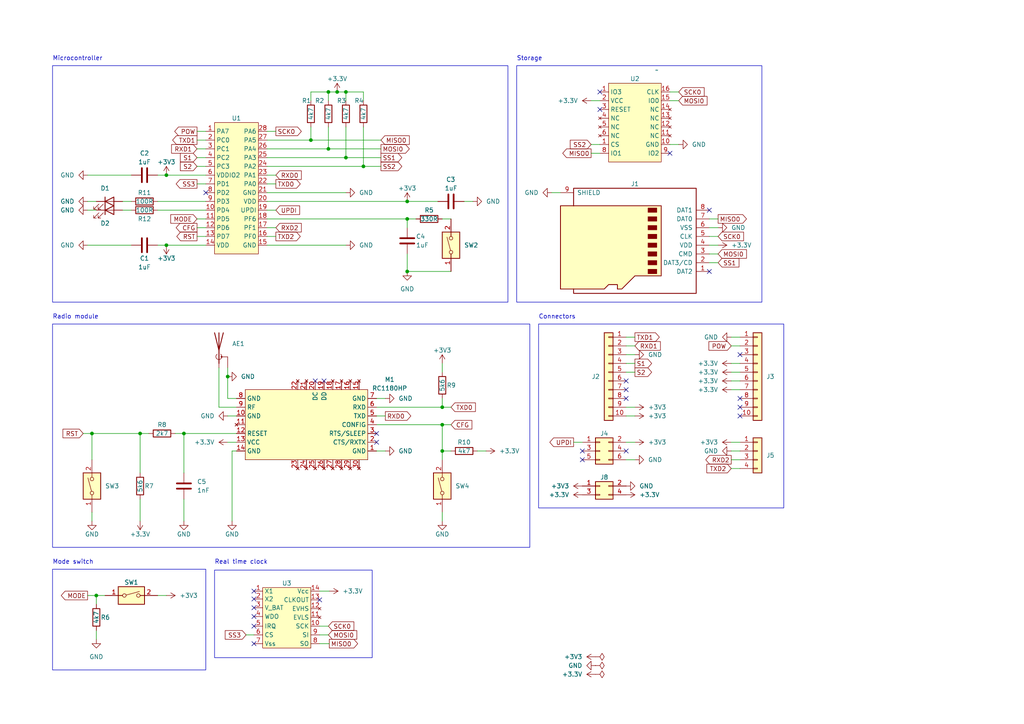
<source format=kicad_sch>
(kicad_sch (version 20230121) (generator eeschema)
  (paper "A4")
  (title_block (title "Telemetrie v1.0.0") (date "2024-02-12") (company "Spaceflight Rocketry Giessen e.V.") (comment 1 "Erste Version des Telemetriemoduls für den Flugcomputer der PIPE-Rakete"))
  (lib_symbols
    (symbol "AVR128DA_1"
      (property "Reference" "U3" (at 0 22.86 0))
      (property "Value" "AVR128DA28" (at 0 20.32 0))
      (symbol "AVR128DA_1_1_1"
        (rectangle (start -6.35 19.05) (end 6.35 -19.05) (fill (type background)))
        (pin bidirectional line (at -8.89 16.51 0) (length 2.54) (name "PA7") (number "1"))
        (pin bidirectional line (at -8.89 -6.35 0) (length 2.54) (name "PD4") (number "10"))
        (pin bidirectional line (at -8.89 -8.89 0) (length 2.54) (name "PD5") (number "11"))
        (pin bidirectional line (at -8.89 -11.43 0) (length 2.54) (name "PD6") (number "12"))
        (pin bidirectional line (at -8.89 -13.97 0) (length 2.54) (name "PD7") (number "13"))
        (pin power_in line (at -8.89 -16.51 0) (length 2.54) (name "VDD") (number "14"))
        (pin power_in line (at 8.89 -16.51 180) (length 2.54) (name "GND") (number "15"))
        (pin bidirectional line (at 8.89 -13.97 180) (length 2.54) (name "PF0") (number "16"))
        (pin bidirectional line (at 8.89 -11.43 180) (length 2.54) (name "PF1") (number "17"))
        (pin bidirectional line (at 8.89 -8.89 180) (length 2.54) (name "PF6") (number "18"))
        (pin bidirectional line (at 8.89 -6.35 180) (length 2.54) (name "UPDI") (number "19"))
        (pin bidirectional line (at -8.89 13.97 0) (length 2.54) (name "PC0") (number "2"))
        (pin power_in line (at 8.89 -3.81 180) (length 2.54) (name "VDD") (number "20"))
        (pin power_in line (at 8.89 -1.27 180) (length 2.54) (name "GND") (number "21"))
        (pin bidirectional line (at 8.89 1.27 180) (length 2.54) (name "PA0") (number "22"))
        (pin bidirectional line (at 8.89 3.81 180) (length 2.54) (name "PA1") (number "23"))
        (pin bidirectional line (at 8.89 6.35 180) (length 2.54) (name "PA2") (number "24"))
        (pin bidirectional line (at 8.89 8.89 180) (length 2.54) (name "PA3") (number "25"))
        (pin bidirectional line (at 8.89 11.43 180) (length 2.54) (name "PA4") (number "26"))
        (pin bidirectional line (at 8.89 13.97 180) (length 2.54) (name "PA5") (number "27"))
        (pin bidirectional line (at 8.89 16.51 180) (length 2.54) (name "PA6") (number "28"))
        (pin bidirectional line (at -8.89 11.43 0) (length 2.54) (name "PC1") (number "3"))
        (pin bidirectional line (at -8.89 8.89 0) (length 2.54) (name "PC2") (number "4"))
        (pin bidirectional line (at -8.89 6.35 0) (length 2.54) (name "PC3") (number "5"))
        (pin bidirectional line (at -8.89 3.81 0) (length 2.54) (name "VDDIO2") (number "6"))
        (pin bidirectional line (at -8.89 1.27 0) (length 2.54) (name "PD1") (number "7"))
        (pin bidirectional line (at -8.89 -1.27 0) (length 2.54) (name "PD2") (number "8"))
        (pin bidirectional line (at -8.89 -3.81 0) (length 2.54) (name "PD3") (number "9"))
      )
    )
    (symbol "Connector:Micro_SD_Card" (pin_names (offset 1.016))
      (property "Reference" "J" (at -16.51 15.24 0))
      (property "Value" "Micro_SD_Card" (at 16.51 15.24 0))
      (symbol "Micro_SD_Card_0_1"
        (rectangle (start -7.62 -9.525) (end -5.08 -10.795) (fill (type outline)))
        (rectangle (start -7.62 -6.985) (end -5.08 -8.255) (fill (type outline)))
        (rectangle (start -7.62 -4.445) (end -5.08 -5.715) (fill (type outline)))
        (rectangle (start -7.62 -1.905) (end -5.08 -3.175) (fill (type outline)))
        (rectangle (start -7.62 0.635) (end -5.08 -0.635) (fill (type outline)))
        (rectangle (start -7.62 3.175) (end -5.08 1.905) (fill (type outline)))
        (rectangle (start -7.62 5.715) (end -5.08 4.445) (fill (type outline)))
        (rectangle (start -7.62 8.255) (end -5.08 6.985) (fill (type outline)))
        (polyline (pts (xy 16.51 12.7) (xy 16.51 13.97) (xy -19.05 13.97) (xy -19.05 -16.51) (xy 16.51 -16.51) (xy 16.51 -11.43)) (stroke (width 0.254)))
        (polyline (pts (xy -8.89 -11.43) (xy -8.89 8.89) (xy -1.27 8.89) (xy 2.54 12.7) (xy 3.81 12.7) (xy 3.81 11.43) (xy 6.35 11.43) (xy 7.62 12.7) (xy 20.32 12.7) (xy 20.32 -11.43) (xy -8.89 -11.43)) (stroke (width 0.254)) (fill (type background)))
      )
      (symbol "Micro_SD_Card_1_1"
        (pin bidirectional line (at -22.86 7.62 0) (length 3.81) (name "DAT2") (number "1"))
        (pin bidirectional line (at -22.86 5.08 0) (length 3.81) (name "DAT3/CD") (number "2"))
        (pin input line (at -22.86 2.54 0) (length 3.81) (name "CMD") (number "3"))
        (pin power_in line (at -22.86 0 0) (length 3.81) (name "VDD") (number "4"))
        (pin input line (at -22.86 -2.54 0) (length 3.81) (name "CLK") (number "5"))
        (pin power_in line (at -22.86 -5.08 0) (length 3.81) (name "VSS") (number "6"))
        (pin bidirectional line (at -22.86 -7.62 0) (length 3.81) (name "DAT0") (number "7"))
        (pin bidirectional line (at -22.86 -10.16 0) (length 3.81) (name "DAT1") (number "8"))
        (pin passive line (at 20.32 -15.24 180) (length 3.81) (name "SHIELD") (number "9"))
      )
    )
    (symbol "Connector_Generic:Conn_01x04" (pin_names (offset 1.016) hide)
      (property "Reference" "J" (at 0 5.08 0))
      (property "Value" "Conn_01x04" (at 0 -7.62 0))
      (symbol "Conn_01x04_1_1"
        (rectangle (start -1.27 -4.953) (end 0 -5.207) (stroke (width 0.1524)))
        (rectangle (start -1.27 -2.413) (end 0 -2.667) (stroke (width 0.1524)))
        (rectangle (start -1.27 0.127) (end 0 -0.127) (stroke (width 0.1524)))
        (rectangle (start -1.27 2.667) (end 0 2.413) (stroke (width 0.1524)))
        (rectangle (start -1.27 3.81) (end 1.27 -6.35) (stroke (width 0.254)) (fill (type background)))
        (pin passive line (at -5.08 2.54 0) (length 3.81) (name "Pin_1") (number "1"))
        (pin passive line (at -5.08 0 0) (length 3.81) (name "Pin_2") (number "2"))
        (pin passive line (at -5.08 -2.54 0) (length 3.81) (name "Pin_3") (number "3"))
        (pin passive line (at -5.08 -5.08 0) (length 3.81) (name "Pin_4") (number "4"))
      )
    )
    (symbol "Connector_Generic:Conn_01x10" (pin_names (offset 1.016) hide)
      (property "Reference" "J" (at 0 12.7 0))
      (property "Value" "Conn_01x10" (at 0 -15.24 0))
      (symbol "Conn_01x10_1_1"
        (rectangle (start -1.27 -12.573) (end 0 -12.827) (stroke (width 0.1524)))
        (rectangle (start -1.27 -10.033) (end 0 -10.287) (stroke (width 0.1524)))
        (rectangle (start -1.27 -7.493) (end 0 -7.747) (stroke (width 0.1524)))
        (rectangle (start -1.27 -4.953) (end 0 -5.207) (stroke (width 0.1524)))
        (rectangle (start -1.27 -2.413) (end 0 -2.667) (stroke (width 0.1524)))
        (rectangle (start -1.27 0.127) (end 0 -0.127) (stroke (width 0.1524)))
        (rectangle (start -1.27 2.667) (end 0 2.413) (stroke (width 0.1524)))
        (rectangle (start -1.27 5.207) (end 0 4.953) (stroke (width 0.1524)))
        (rectangle (start -1.27 7.747) (end 0 7.493) (stroke (width 0.1524)))
        (rectangle (start -1.27 10.287) (end 0 10.033) (stroke (width 0.1524)))
        (rectangle (start -1.27 11.43) (end 1.27 -13.97) (stroke (width 0.254)) (fill (type background)))
        (pin passive line (at -5.08 10.16 0) (length 3.81) (name "Pin_1") (number "1"))
        (pin passive line (at -5.08 -12.7 0) (length 3.81) (name "Pin_10") (number "10"))
        (pin passive line (at -5.08 7.62 0) (length 3.81) (name "Pin_2") (number "2"))
        (pin passive line (at -5.08 5.08 0) (length 3.81) (name "Pin_3") (number "3"))
        (pin passive line (at -5.08 2.54 0) (length 3.81) (name "Pin_4") (number "4"))
        (pin passive line (at -5.08 0 0) (length 3.81) (name "Pin_5") (number "5"))
        (pin passive line (at -5.08 -2.54 0) (length 3.81) (name "Pin_6") (number "6"))
        (pin passive line (at -5.08 -5.08 0) (length 3.81) (name "Pin_7") (number "7"))
        (pin passive line (at -5.08 -7.62 0) (length 3.81) (name "Pin_8") (number "8"))
        (pin passive line (at -5.08 -10.16 0) (length 3.81) (name "Pin_9") (number "9"))
      )
    )
    (symbol "Connector_Generic:Conn_02x02_Odd_Even" (pin_names (offset 1.016) hide)
      (property "Reference" "J" (at 1.27 2.54 0))
      (property "Value" "Conn_02x02_Odd_Even" (at 1.27 -5.08 0))
      (symbol "Conn_02x02_Odd_Even_1_1"
        (rectangle (start -1.27 -2.413) (end 0 -2.667) (stroke (width 0.1524)))
        (rectangle (start -1.27 0.127) (end 0 -0.127) (stroke (width 0.1524)))
        (rectangle (start -1.27 1.27) (end 3.81 -3.81) (stroke (width 0.254)) (fill (type background)))
        (rectangle (start 3.81 -2.413) (end 2.54 -2.667) (stroke (width 0.1524)))
        (rectangle (start 3.81 0.127) (end 2.54 -0.127) (stroke (width 0.1524)))
        (pin passive line (at -5.08 0 0) (length 3.81) (name "Pin_1") (number "1"))
        (pin passive line (at 7.62 0 180) (length 3.81) (name "Pin_2") (number "2"))
        (pin passive line (at -5.08 -2.54 0) (length 3.81) (name "Pin_3") (number "3"))
        (pin passive line (at 7.62 -2.54 180) (length 3.81) (name "Pin_4") (number "4"))
      )
    )
    (symbol "Connector_Generic:Conn_02x03_Odd_Even" (pin_names (offset 1.016) hide)
      (property "Reference" "J" (at 1.27 5.08 0))
      (property "Value" "Conn_02x03_Odd_Even" (at 1.27 -5.08 0))
      (symbol "Conn_02x03_Odd_Even_1_1"
        (rectangle (start -1.27 -2.413) (end 0 -2.667) (stroke (width 0.1524)))
        (rectangle (start -1.27 0.127) (end 0 -0.127) (stroke (width 0.1524)))
        (rectangle (start -1.27 2.667) (end 0 2.413) (stroke (width 0.1524)))
        (rectangle (start -1.27 3.81) (end 3.81 -3.81) (stroke (width 0.254)) (fill (type background)))
        (rectangle (start 3.81 -2.413) (end 2.54 -2.667) (stroke (width 0.1524)))
        (rectangle (start 3.81 0.127) (end 2.54 -0.127) (stroke (width 0.1524)))
        (rectangle (start 3.81 2.667) (end 2.54 2.413) (stroke (width 0.1524)))
        (pin passive line (at -5.08 2.54 0) (length 3.81) (name "Pin_1") (number "1"))
        (pin passive line (at 7.62 2.54 180) (length 3.81) (name "Pin_2") (number "2"))
        (pin passive line (at -5.08 0 0) (length 3.81) (name "Pin_3") (number "3"))
        (pin passive line (at 7.62 0 180) (length 3.81) (name "Pin_4") (number "4"))
        (pin passive line (at -5.08 -2.54 0) (length 3.81) (name "Pin_5") (number "5"))
        (pin passive line (at 7.62 -2.54 180) (length 3.81) (name "Pin_6") (number "6"))
      )
    )
    (symbol "Device:Antenna_Shield" (pin_numbers hide) (pin_names (offset 1.016) hide)
      (property "Reference" "AE" (at -1.905 4.445 0))
      (property "Value" "Antenna_Shield" (at -1.905 2.54 0))
      (symbol "Antenna_Shield_0_1"
        (arc (start -0.508 -1.143) (mid -0.8429 -2.1194) (end 0 -2.667))
        (arc (start 0 -2.667) (mid 0.7989 -2.1052) (end 0.508 -1.143))
        (polyline (pts (xy 0 -2.54) (xy 0 0)))
        (polyline (pts (xy 0 5.08) (xy 0 -3.81)) (stroke (width 0.254)))
        (polyline (pts (xy 0.762 -1.905) (xy 2.54 -1.905)))
        (polyline (pts (xy 2.54 -2.54) (xy 2.54 -1.905)))
        (polyline (pts (xy 1.27 5.08) (xy 0 0) (xy -1.27 5.08)) (stroke (width 0.254)))
        (circle (center 0.762 -1.905) (radius 0.1778) (fill (type outline)))
      )
      (symbol "Antenna_Shield_1_1"
        (pin input line (at 0 -5.08 90) (length 2.54) (name "A") (number "1"))
        (pin input line (at 2.54 -5.08 90) (length 2.54) (name "Shield") (number "2"))
      )
    )
    (symbol "Device:C" (pin_numbers hide) (pin_names (offset 0.254))
      (property "Reference" "C" (at 0.635 2.54 0))
      (property "Value" "C" (at 0.635 -2.54 0))
      (symbol "C_0_1"
        (polyline (pts (xy -2.032 -0.762) (xy 2.032 -0.762)) (stroke (width 0.508)))
        (polyline (pts (xy -2.032 0.762) (xy 2.032 0.762)) (stroke (width 0.508)))
      )
      (symbol "C_1_1"
        (pin passive line (at 0 3.81 270) (length 2.794) (name "~") (number "1"))
        (pin passive line (at 0 -3.81 90) (length 2.794) (name "~") (number "2"))
      )
    )
    (symbol "Device:LED" (pin_numbers hide) (pin_names (offset 1.016) hide)
      (property "Reference" "D" (at 0 2.54 0))
      (property "Value" "LED" (at 0 -2.54 0))
      (symbol "LED_0_1"
        (polyline (pts (xy -1.27 -1.27) (xy -1.27 1.27)) (stroke (width 0.254)))
        (polyline (pts (xy -1.27 0) (xy 1.27 0)))
        (polyline (pts (xy 1.27 -1.27) (xy 1.27 1.27) (xy -1.27 0) (xy 1.27 -1.27)) (stroke (width 0.254)))
        (polyline (pts (xy -3.048 -0.762) (xy -4.572 -2.286) (xy -3.81 -2.286) (xy -4.572 -2.286) (xy -4.572 -1.524)))
        (polyline (pts (xy -1.778 -0.762) (xy -3.302 -2.286) (xy -2.54 -2.286) (xy -3.302 -2.286) (xy -3.302 -1.524)))
      )
      (symbol "LED_1_1"
        (pin passive line (at -3.81 0 0) (length 2.54) (name "K") (number "1"))
        (pin passive line (at 3.81 0 180) (length 2.54) (name "A") (number "2"))
      )
    )
    (symbol "Device:R" (pin_numbers hide) (pin_names (offset 0))
      (property "Reference" "R" (at 2.032 0 90))
      (property "Value" "R" (at 0 0 90))
      (symbol "R_0_1"
        (rectangle (start -1.016 -2.54) (end 1.016 2.54) (stroke (width 0.254)))
      )
      (symbol "R_1_1"
        (pin passive line (at 0 3.81 270) (length 1.27) (name "~") (number "1"))
        (pin passive line (at 0 -3.81 90) (length 1.27) (name "~") (number "2"))
      )
    )
    (symbol "GND_1" (power) (pin_names (offset 0))
      (property "Value" "GND_1" (at 0 -3.81 0))
      (symbol "GND_1_0_1"
        (polyline (pts (xy 0 0) (xy 0 -1.27) (xy 1.27 -1.27) (xy 0 -2.54) (xy -1.27 -1.27) (xy 0 -1.27)))
      )
      (symbol "GND_1_1_1"
        (pin power_in line (at 0 0 270) (length 0) hide (name "GND") (number "1"))
      )
    )
    (symbol "New_Library:RC1180HP"
      (property "Reference" "M1" (at 25.4 22.86 0))
      (property "Value" "RC1180HP" (at 25.4 20.32 0))
      (symbol "RC1180HP_0_1"
        (rectangle (start -3.81 19.05) (end 31.75 -1.27) (fill (type background)))
      )
      (symbol "RC1180HP_1_1"
        (pin power_in line (at -6.35 16.51 0) (length 2.54) (name "GND") (number "1"))
        (pin power_in line (at 34.29 6.35 180) (length 2.54) (name "GND") (number "10"))
        (pin no_connect line (at 34.29 8.89 180) (length 2.54) (name "") (number "11"))
        (pin input line (at 34.29 11.43 180) (length 2.54) (name "RESET") (number "12"))
        (pin power_in line (at 34.29 13.97 180) (length 2.54) (name "VCC") (number "13"))
        (pin power_in line (at 34.29 16.51 180) (length 2.54) (name "GND") (number "14"))
        (pin no_connect line (at -1.27 -3.81 90) (length 2.54) (name "") (number "15"))
        (pin no_connect line (at 1.27 -3.81 90) (length 2.54) (name "") (number "16"))
        (pin no_connect line (at 3.81 -3.81 90) (length 2.54) (name "") (number "17"))
        (pin no_connect line (at 6.35 -3.81 90) (length 2.54) (name "") (number "18"))
        (pin input line (at 8.89 -3.81 90) (length 2.54) (name "DD") (number "19"))
        (pin output line (at -6.35 13.97 0) (length 2.54) (name "CTS/RXTX") (number "2"))
        (pin input line (at 11.43 -3.81 90) (length 2.54) (name "DC") (number "20"))
        (pin no_connect line (at 13.97 -3.81 90) (length 2.54) (name "") (number "21"))
        (pin no_connect line (at 16.51 -3.81 90) (length 2.54) (name "") (number "22"))
        (pin no_connect line (at 16.51 21.59 270) (length 2.54) (name "") (number "23"))
        (pin no_connect line (at 13.97 21.59 270) (length 2.54) (name "") (number "24"))
        (pin no_connect line (at 11.43 21.59 270) (length 2.54) (name "") (number "25"))
        (pin no_connect line (at 8.89 21.59 270) (length 2.54) (name "") (number "26"))
        (pin no_connect line (at 6.35 21.59 270) (length 2.54) (name "") (number "27"))
        (pin no_connect line (at 3.81 21.59 270) (length 2.54) (name "") (number "28"))
        (pin no_connect line (at 1.27 21.59 270) (length 2.54) (name "") (number "29"))
        (pin input line (at -6.35 11.43 0) (length 2.54) (name "RTS/SLEEP") (number "3"))
        (pin no_connect line (at -1.27 21.59 270) (length 2.54) (name "") (number "30"))
        (pin input line (at -6.35 8.89 0) (length 2.54) (name "CONFIG") (number "4"))
        (pin output line (at -6.35 6.35 0) (length 2.54) (name "TXD") (number "5"))
        (pin input line (at -6.35 3.81 0) (length 2.54) (name "RXD") (number "6"))
        (pin power_in line (at -6.35 1.27 0) (length 2.54) (name "GND") (number "7"))
        (pin power_in line (at 34.29 1.27 180) (length 2.54) (name "GND") (number "8"))
        (pin output line (at 34.29 3.81 180) (length 2.54) (name "RF") (number "9"))
      )
    )
    (symbol "New_Library:w25q01"
      (property "Reference" "U" (at 0 12.7 0))
      (symbol "w25q01_1_1"
        (rectangle (start -7.62 11.43) (end 7.62 -11.43) (fill (type background)))
        (pin input line (at -10.16 -6.35 0) (length 2.54) (name "CS") (number "1"))
        (pin bidirectional line (at -10.16 8.89 0) (length 2.54) (name "IO3") (number "1"))
        (pin power_in line (at 10.16 -6.35 180) (length 2.54) (name "GND") (number "10"))
        (pin no_connect line (at 10.16 -3.81 180) (length 2.54) (name "NC") (number "11"))
        (pin no_connect line (at 10.16 -1.27 180) (length 2.54) (name "NC") (number "12"))
        (pin no_connect line (at 10.16 1.27 180) (length 2.54) (name "NC") (number "13"))
        (pin no_connect line (at 10.16 3.81 180) (length 2.54) (name "NC") (number "14"))
        (pin bidirectional line (at 10.16 6.35 180) (length 2.54) (name "IO0") (number "15"))
        (pin input line (at 10.16 8.89 180) (length 2.54) (name "CLK") (number "16"))
        (pin power_in line (at -10.16 6.35 0) (length 2.54) (name "VCC") (number "2"))
        (pin input line (at -10.16 3.81 0) (length 2.54) (name "RESET") (number "3"))
        (pin no_connect line (at -10.16 1.27 0) (length 2.54) (name "NC") (number "4"))
        (pin no_connect line (at -10.16 -1.27 0) (length 2.54) (name "NC") (number "5"))
        (pin no_connect line (at -10.16 -3.81 0) (length 2.54) (name "NC") (number "6"))
        (pin bidirectional line (at -10.16 -8.89 0) (length 2.54) (name "IO1") (number "8"))
        (pin bidirectional line (at 10.16 -8.89 180) (length 2.54) (name "IO2") (number "9"))
      )
    )
    (symbol "RTC:RTC"
      (property "Reference" "RTC_SMD_SSOP-10" (at 3.048 2.286 0))
      (symbol "RTC_1_1"
        (rectangle (start -3.81 21.59) (end 10.16 4.064) (fill (type background)))
        (pin input line (at -6.35 20.574 0) (length 2.54) (name "X1") (number "1"))
        (pin output line (at 12.7 10.414 180) (length 2.54) (name "SCK") (number "10"))
        (pin no_connect line (at 12.7 12.954 180) (length 2.54) (name "EVLS") (number "11"))
        (pin no_connect line (at 12.7 15.494 180) (length 2.54) (name "EVHS") (number "12"))
        (pin output line (at 12.7 18.034 180) (length 2.54) (name "CLKOUT") (number "13"))
        (pin input line (at 12.7 20.574 180) (length 2.54) (name "Vcc") (number "14"))
        (pin input line (at -6.35 18.288 0) (length 2.54) (name "X2") (number "2"))
        (pin input line (at -6.35 15.748 0) (length 2.54) (name "V_BAT") (number "3"))
        (pin input line (at -6.35 13.208 0) (length 2.54) (name "WDO") (number "4"))
        (pin input line (at -6.35 10.414 0) (length 2.54) (name "IRQ") (number "5"))
        (pin input line (at -6.35 7.874 0) (length 2.54) (name "CS") (number "6"))
        (pin input line (at -6.35 5.334 0) (length 2.54) (name "Vss") (number "7"))
        (pin output line (at 12.7 5.334 180) (length 2.54) (name "SO") (number "8"))
        (pin input line (at 12.7 7.874 180) (length 2.54) (name "SI") (number "9"))
      )
    )
    (symbol "Switch:SW_DIP_x01" (pin_names (offset 0) hide)
      (property "Reference" "SW" (at 0 3.81 0))
      (property "Value" "SW_DIP_x01" (at 0 -3.81 0))
      (symbol "SW_DIP_x01_0_0"
        (circle (center -2.032 0) (radius 0.508))
        (polyline (pts (xy -1.524 0.127) (xy 2.3622 1.1684)))
        (circle (center 2.032 0) (radius 0.508))
      )
      (symbol "SW_DIP_x01_0_1"
        (rectangle (start -3.81 2.54) (end 3.81 -2.54) (stroke (width 0.254)) (fill (type background)))
      )
      (symbol "SW_DIP_x01_1_1"
        (pin passive line (at -7.62 0 0) (length 5.08) (name "~") (number "1"))
        (pin passive line (at 7.62 0 180) (length 5.08) (name "~") (number "2"))
      )
    )
    (symbol "power:+3.3V" (power) (pin_names (offset 0))
      (property "Value" "+3.3V" (at 0 3.556 0))
      (symbol "+3.3V_0_1"
        (polyline (pts (xy -0.762 1.27) (xy 0 2.54)))
        (polyline (pts (xy 0 0) (xy 0 2.54)))
        (polyline (pts (xy 0 2.54) (xy 0.762 1.27)))
      )
      (symbol "+3.3V_1_1"
        (pin power_in line (at 0 0 90) (length 0) hide (name "+3.3V") (number "1"))
      )
    )
    (symbol "power:+3V3" (power) (pin_names (offset 0))
      (property "Value" "+3V3" (at 0 3.556 0))
      (symbol "+3V3_0_1"
        (polyline (pts (xy -0.762 1.27) (xy 0 2.54)))
        (polyline (pts (xy 0 0) (xy 0 2.54)))
        (polyline (pts (xy 0 2.54) (xy 0.762 1.27)))
      )
      (symbol "+3V3_1_1"
        (pin power_in line (at 0 0 90) (length 0) hide (name "+3V3") (number "1"))
      )
    )
    (symbol "power:GND" (power) (pin_names (offset 0))
      (property "Value" "GND" (at 0 -3.81 0))
      (symbol "GND_0_1"
        (polyline (pts (xy 0 0) (xy 0 -1.27) (xy 1.27 -1.27) (xy 0 -2.54) (xy -1.27 -1.27) (xy 0 -1.27)))
      )
      (symbol "GND_1_1"
        (pin power_in line (at 0 0 270) (length 0) hide (name "GND") (number "1"))
      )
    )
    (symbol "power:PWR_FLAG" (power) (pin_numbers hide) (pin_names (offset 0) hide)
      (property "Value" "PWR_FLAG" (at 0 3.81 0))
      (symbol "PWR_FLAG_0_0"
        (pin power_out line (at 0 0 90) (length 0) (name "pwr") (number "1"))
      )
      (symbol "PWR_FLAG_0_1"
        (polyline (pts (xy 0 0) (xy 0 1.27) (xy -1.016 1.905) (xy 0 2.54) (xy 1.016 1.905) (xy 0 1.27)))
      )
    )
  )
  (junction (at 118.11 58.42))
  (junction (at 27.94 172.72))
  (junction (at 48.26 71.12))
  (junction (at 26.67 125.73))
  (junction (at 95.25 43.18))
  (junction (at 105.41 48.26))
  (junction (at 128.27 123.19))
  (junction (at 53.34 125.73))
  (junction (at 128.27 118.11))
  (junction (at 118.11 78.74))
  (junction (at 48.26 50.8))
  (junction (at 97.79 26.67))
  (junction (at 100.33 45.72))
  (junction (at 128.27 130.81))
  (junction (at 66.04 109.22))
  (junction (at 90.17 40.64))
  (junction (at 100.33 26.67))
  (junction (at 118.11 63.5))
  (junction (at 40.64 125.73))
  (junction (at 95.25 26.67))
  (no_connect (at 214.63 120.65))
  (no_connect (at 73.66 173.736))
  (no_connect (at 73.66 178.816))
  (no_connect (at 73.66 176.276))
  (no_connect (at 92.71 173.99))
  (no_connect (at 214.63 118.11))
  (no_connect (at 73.66 186.69))
  (no_connect (at 173.99 31.75))
  (no_connect (at 93.98 110.49))
  (no_connect (at 194.31 44.45))
  (no_connect (at 91.44 110.49))
  (no_connect (at 205.74 60.96))
  (no_connect (at 59.69 55.88))
  (no_connect (at 173.99 26.67))
  (no_connect (at 168.91 133.35))
  (no_connect (at 181.61 113.03))
  (no_connect (at 73.66 171.45))
  (no_connect (at 181.61 130.81))
  (no_connect (at 168.91 130.81))
  (no_connect (at 205.74 78.74))
  (no_connect (at 73.66 181.61))
  (no_connect (at 181.61 115.57))
  (no_connect (at 214.63 115.57))
  (no_connect (at 214.63 102.87))
  (no_connect (at 109.22 128.27))
  (no_connect (at 109.22 125.73))
  (no_connect (at 181.61 110.49))
  (wire (pts (xy 181.61 118.11) (xy 184.15 118.11)))
  (wire (pts (xy 128.27 130.81) (xy 128.27 133.35)))
  (wire (pts (xy 77.47 58.42) (xy 118.11 58.42)))
  (wire (pts (xy 92.71 171.45) (xy 95.504 171.45)))
  (wire (pts (xy 45.72 71.12) (xy 48.26 71.12)))
  (wire (pts (xy 26.67 148.59) (xy 26.67 151.13)))
  (wire (pts (xy 77.47 60.96) (xy 80.01 60.96)))
  (wire (pts (xy 194.31 29.21) (xy 196.85 29.21)))
  (wire (pts (xy 194.31 41.91) (xy 196.85 41.91)))
  (wire (pts (xy 181.61 120.65) (xy 184.15 120.65)))
  (wire (pts (xy 205.74 66.04) (xy 208.28 66.04)))
  (wire (pts (xy 57.15 48.26) (xy 59.69 48.26)))
  (wire (pts (xy 212.09 135.89) (xy 214.63 135.89)))
  (wire (pts (xy 57.15 43.18) (xy 59.69 43.18)))
  (wire (pts (xy 45.72 60.96) (xy 59.69 60.96)))
  (wire (pts (xy 212.09 100.33) (xy 214.63 100.33)))
  (wire (pts (xy 92.71 184.15) (xy 95.25 184.15)))
  (wire (pts (xy 95.25 36.83) (xy 95.25 43.18)))
  (wire (pts (xy 118.11 78.74) (xy 130.81 78.74)))
  (wire (pts (xy 118.11 63.5) (xy 118.11 66.04)))
  (wire (pts (xy 77.47 50.8) (xy 80.01 50.8)))
  (wire (pts (xy 48.26 71.12) (xy 59.69 71.12)))
  (wire (pts (xy 35.56 58.42) (xy 38.1 58.42)))
  (wire (pts (xy 109.22 118.11) (xy 128.27 118.11)))
  (wire (pts (xy 71.374 184.15) (xy 73.66 184.15)))
  (wire (pts (xy 118.11 63.5) (xy 120.65 63.5)))
  (wire (pts (xy 77.47 68.58) (xy 80.01 68.58)))
  (wire (pts (xy 77.47 53.34) (xy 80.01 53.34)))
  (wire (pts (xy 57.15 66.04) (xy 59.69 66.04)))
  (wire (pts (xy 128.27 123.19) (xy 130.81 123.19)))
  (wire (pts (xy 97.79 26.67) (xy 100.33 26.67)))
  (wire (pts (xy 77.47 43.18) (xy 95.25 43.18)))
  (wire (pts (xy 66.04 120.65) (xy 68.58 120.65)))
  (wire (pts (xy 181.61 97.79) (xy 184.15 97.79)))
  (wire (pts (xy 45.72 50.8) (xy 48.26 50.8)))
  (wire (pts (xy 181.61 105.41) (xy 184.15 105.41)))
  (wire (pts (xy 40.64 125.73) (xy 40.64 137.16)))
  (wire (pts (xy 53.34 144.78) (xy 53.34 151.13)))
  (wire (pts (xy 67.31 130.81) (xy 68.58 130.81)))
  (wire (pts (xy 109.22 130.81) (xy 111.76 130.81)))
  (wire (pts (xy 95.25 26.67) (xy 97.79 26.67)))
  (wire (pts (xy 105.41 26.67) (xy 105.41 29.21)))
  (wire (pts (xy 212.09 128.27) (xy 214.63 128.27)))
  (wire (pts (xy 138.43 130.81) (xy 140.97 130.81)))
  (wire (pts (xy 181.61 107.95) (xy 184.15 107.95)))
  (wire (pts (xy 109.22 123.19) (xy 128.27 123.19)))
  (wire (pts (xy 95.25 26.67) (xy 95.25 29.21)))
  (wire (pts (xy 92.71 181.61) (xy 95.25 181.61)))
  (wire (pts (xy 40.64 125.73) (xy 43.18 125.73)))
  (wire (pts (xy 45.72 58.42) (xy 59.69 58.42)))
  (wire (pts (xy 166.37 128.27) (xy 168.91 128.27)))
  (wire (pts (xy 171.45 44.45) (xy 173.99 44.45)))
  (wire (pts (xy 57.15 45.72) (xy 59.69 45.72)))
  (wire (pts (xy 128.27 115.57) (xy 128.27 118.11)))
  (wire (pts (xy 27.94 172.72) (xy 30.48 172.72)))
  (wire (pts (xy 100.33 26.67) (xy 105.41 26.67)))
  (wire (pts (xy 130.81 130.81) (xy 128.27 130.81)))
  (wire (pts (xy 100.33 26.67) (xy 100.33 29.21)))
  (wire (pts (xy 109.22 120.65) (xy 111.76 120.65)))
  (wire (pts (xy 118.11 58.42) (xy 127 58.42)))
  (wire (pts (xy 57.15 53.34) (xy 59.69 53.34)))
  (wire (pts (xy 171.45 41.91) (xy 173.99 41.91)))
  (wire (pts (xy 25.4 50.8) (xy 38.1 50.8)))
  (wire (pts (xy 181.61 133.35) (xy 184.15 133.35)))
  (wire (pts (xy 26.67 133.35) (xy 26.67 125.73)))
  (wire (pts (xy 77.47 45.72) (xy 100.33 45.72)))
  (wire (pts (xy 77.47 55.88) (xy 100.33 55.88)))
  (wire (pts (xy 181.61 100.33) (xy 184.15 100.33)))
  (wire (pts (xy 128.27 123.19) (xy 128.27 130.81)))
  (wire (pts (xy 205.74 73.66) (xy 208.28 73.66)))
  (wire (pts (xy 205.74 68.58) (xy 208.28 68.58)))
  (wire (pts (xy 212.09 113.03) (xy 214.63 113.03)))
  (wire (pts (xy 130.81 63.5) (xy 128.27 63.5)))
  (wire (pts (xy 25.4 60.96) (xy 27.94 60.96)))
  (wire (pts (xy 95.25 43.18) (xy 110.49 43.18)))
  (wire (pts (xy 90.17 40.64) (xy 110.49 40.64)))
  (wire (pts (xy 66.04 109.22) (xy 66.04 115.57)))
  (wire (pts (xy 53.34 125.73) (xy 68.58 125.73)))
  (wire (pts (xy 90.17 36.83) (xy 90.17 40.64)))
  (wire (pts (xy 68.58 118.11) (xy 63.5 118.11)))
  (wire (pts (xy 45.72 172.72) (xy 48.26 172.72)))
  (wire (pts (xy 35.56 60.96) (xy 38.1 60.96)))
  (wire (pts (xy 160.02 55.88) (xy 162.56 55.88)))
  (wire (pts (xy 128.27 148.59) (xy 128.27 151.13)))
  (wire (pts (xy 40.64 144.78) (xy 40.64 151.13)))
  (wire (pts (xy 128.27 118.11) (xy 130.81 118.11)))
  (wire (pts (xy 171.45 29.21) (xy 173.99 29.21)))
  (wire (pts (xy 27.94 182.88) (xy 27.94 185.42)))
  (wire (pts (xy 77.47 71.12) (xy 100.33 71.12)))
  (wire (pts (xy 109.22 115.57) (xy 111.76 115.57)))
  (wire (pts (xy 128.27 105.41) (xy 128.27 107.95)))
  (wire (pts (xy 25.4 58.42) (xy 27.94 58.42)))
  (wire (pts (xy 181.61 128.27) (xy 184.15 128.27)))
  (wire (pts (xy 77.47 63.5) (xy 118.11 63.5)))
  (wire (pts (xy 48.26 50.8) (xy 59.69 50.8)))
  (wire (pts (xy 100.33 45.72) (xy 110.49 45.72)))
  (wire (pts (xy 90.17 26.67) (xy 90.17 29.21)))
  (wire (pts (xy 205.74 63.5) (xy 208.28 63.5)))
  (wire (pts (xy 100.33 36.83) (xy 100.33 45.72)))
  (wire (pts (xy 181.61 102.87) (xy 184.15 102.87)))
  (wire (pts (xy 90.17 26.67) (xy 95.25 26.67)))
  (wire (pts (xy 24.13 125.73) (xy 26.67 125.73)))
  (wire (pts (xy 25.4 172.72) (xy 27.94 172.72)))
  (wire (pts (xy 26.67 125.73) (xy 40.64 125.73)))
  (wire (pts (xy 105.41 48.26) (xy 77.47 48.26)))
  (wire (pts (xy 212.09 110.49) (xy 214.63 110.49)))
  (wire (pts (xy 57.15 38.1) (xy 59.69 38.1)))
  (wire (pts (xy 212.09 105.41) (xy 214.63 105.41)))
  (wire (pts (xy 27.94 175.26) (xy 27.94 172.72)))
  (wire (pts (xy 57.15 68.58) (xy 59.69 68.58)))
  (wire (pts (xy 50.8 125.73) (xy 53.34 125.73)))
  (wire (pts (xy 212.09 133.35) (xy 214.63 133.35)))
  (wire (pts (xy 68.58 128.27) (xy 66.04 128.27)))
  (wire (pts (xy 68.58 115.57) (xy 66.04 115.57)))
  (wire (pts (xy 77.47 40.64) (xy 90.17 40.64)))
  (wire (pts (xy 105.41 36.83) (xy 105.41 48.26)))
  (wire (pts (xy 57.15 40.64) (xy 59.69 40.64)))
  (wire (pts (xy 205.74 71.12) (xy 208.28 71.12)))
  (wire (pts (xy 67.31 130.81) (xy 67.31 151.13)))
  (wire (pts (xy 214.63 107.95) (xy 212.1322 107.95)))
  (wire (pts (xy 105.41 48.26) (xy 110.49 48.26)))
  (wire (pts (xy 53.34 125.73) (xy 53.34 137.16)))
  (wire (pts (xy 134.62 58.42) (xy 137.16 58.42)))
  (wire (pts (xy 63.5 106.68) (xy 63.5 118.11)))
  (wire (pts (xy 205.74 76.2) (xy 208.28 76.2)))
  (wire (pts (xy 77.47 66.04) (xy 80.01 66.04)))
  (wire (pts (xy 212.09 97.79) (xy 214.63 97.79)))
  (wire (pts (xy 77.47 38.1) (xy 80.01 38.1)))
  (wire (pts (xy 66.04 106.68) (xy 66.04 109.22)))
  (wire (pts (xy 118.11 73.66) (xy 118.11 78.74)))
  (wire (pts (xy 212.09 130.81) (xy 214.63 130.81)))
  (wire (pts (xy 25.4 71.12) (xy 38.1 71.12)))
  (wire (pts (xy 92.71 186.69) (xy 95.504 186.69)))
  (wire (pts (xy 194.31 26.67) (xy 196.85 26.67)))
  (wire (pts (xy 57.15 63.5) (xy 59.69 63.5)))
  (rectangle (start 15.24 165.1) (end 59.69 194.31))
  (rectangle (start 15.24 93.98) (end 153.67 158.75))
  (rectangle (start 149.86 19.05) (end 220.98 87.63))
  (rectangle (start 156.21 93.98) (end 227.33 147.32))
  (rectangle (start 15.24 19.05) (end 147.32 87.63))
  (rectangle (start 62.23 165.354) (end 107.95 190.754))
  (text "Storage" (at 149.86 17.78 0) (effects (font (size 1.27 1.27)) (justify left bottom)))
  (text "Real time clock" (at 62.23 163.83 0) (effects (font (size 1.27 1.27)) (justify left bottom)))
  (text "Radio module" (at 15.24 92.71 0) (effects (font (size 1.27 1.27)) (justify left bottom)))
  (text "Microcontroller" (at 15.24 17.78 0) (effects (font (size 1.27 1.27)) (justify left bottom)))
  (text "Mode switch" (at 15.24 163.83 0) (effects (font (size 1.27 1.27)) (justify left bottom)))
  (text "Connectors" (at 156.21 92.71 0) (effects (font (size 1.27 1.27)) (justify left bottom)))
  (global_label "MOSI0" (shape input) (at 196.85 29.21 0) (property "Intersheetrefs" "${INTERSHEET_REFS}" (effects hide)))
  (global_label "RST" (shape output) (at 57.15 68.58 180) (property "Intersheetrefs" "${INTERSHEET_REFS}" (effects hide)))
  (global_label "TXD2" (shape input) (at 212.09 135.89 180) (property "Intersheetrefs" "${INTERSHEET_REFS}" (effects hide)))
  (global_label "SS3" (shape input) (at 71.374 184.15 180) (property "Intersheetrefs" "${INTERSHEET_REFS}" (effects hide)))
  (global_label "SS1" (shape output) (at 110.49 45.72 0) (property "Intersheetrefs" "${INTERSHEET_REFS}" (effects hide)))
  (global_label "CFG" (shape input) (at 130.81 123.19 0) (property "Intersheetrefs" "${INTERSHEET_REFS}" (effects hide)))
  (global_label "SS2" (shape input) (at 171.45 41.91 180) (property "Intersheetrefs" "${INTERSHEET_REFS}" (effects hide)))
  (global_label "POW" (shape output) (at 57.15 38.1 180) (property "Intersheetrefs" "${INTERSHEET_REFS}" (effects hide)))
  (global_label "RXD1" (shape input) (at 57.15 43.18 180) (property "Intersheetrefs" "${INTERSHEET_REFS}" (effects hide)))
  (global_label "SS2" (shape output) (at 110.49 48.26 0) (property "Intersheetrefs" "${INTERSHEET_REFS}" (effects hide)))
  (global_label "TXD0" (shape input) (at 130.81 118.11 0) (property "Intersheetrefs" "${INTERSHEET_REFS}" (effects hide)))
  (global_label "UPDI" (shape output) (at 166.37 128.27 180) (property "Intersheetrefs" "${INTERSHEET_REFS}" (effects hide)))
  (global_label "MISO0" (shape output) (at 171.45 44.45 180) (property "Intersheetrefs" "${INTERSHEET_REFS}" (effects hide)))
  (global_label "MOSI0" (shape input) (at 208.28 73.66 0) (property "Intersheetrefs" "${INTERSHEET_REFS}" (effects hide)))
  (global_label "TXD2" (shape output) (at 80.01 68.58 0) (property "Intersheetrefs" "${INTERSHEET_REFS}" (effects hide)))
  (global_label "SS3" (shape output) (at 57.15 53.34 180) (property "Intersheetrefs" "${INTERSHEET_REFS}" (effects hide)))
  (global_label "SCK0" (shape input) (at 196.85 26.67 0) (property "Intersheetrefs" "${INTERSHEET_REFS}" (effects hide)))
  (global_label "S1" (shape output) (at 184.15 105.41 0) (property "Intersheetrefs" "${INTERSHEET_REFS}" (effects hide)))
  (global_label "MOSI0" (shape input) (at 95.25 184.15 0) (property "Intersheetrefs" "${INTERSHEET_REFS}" (effects hide)))
  (global_label "RXD0" (shape output) (at 111.76 120.65 0) (property "Intersheetrefs" "${INTERSHEET_REFS}" (effects hide)))
  (global_label "SCK0" (shape input) (at 95.25 181.61 0) (property "Intersheetrefs" "${INTERSHEET_REFS}" (effects hide)))
  (global_label "S2" (shape input) (at 57.15 48.26 180) (property "Intersheetrefs" "${INTERSHEET_REFS}" (effects hide)))
  (global_label "POW" (shape input) (at 212.09 100.33 180) (property "Intersheetrefs" "${INTERSHEET_REFS}" (effects hide)))
  (global_label "TXD0" (shape output) (at 80.01 53.34 0) (property "Intersheetrefs" "${INTERSHEET_REFS}" (effects hide)))
  (global_label "SCK0" (shape input) (at 208.28 68.58 0) (property "Intersheetrefs" "${INTERSHEET_REFS}" (effects hide)))
  (global_label "S1" (shape input) (at 57.15 45.72 180) (property "Intersheetrefs" "${INTERSHEET_REFS}" (effects hide)))
  (global_label "SS1" (shape input) (at 208.28 76.2 0) (property "Intersheetrefs" "${INTERSHEET_REFS}" (effects hide)))
  (global_label "MODE" (shape output) (at 25.4 172.72 180) (property "Intersheetrefs" "${INTERSHEET_REFS}" (effects hide)))
  (global_label "RST" (shape input) (at 24.13 125.73 180) (property "Intersheetrefs" "${INTERSHEET_REFS}" (effects hide)))
  (global_label "MODE" (shape input) (at 57.15 63.5 180) (property "Intersheetrefs" "${INTERSHEET_REFS}" (effects hide)))
  (global_label "SCK0" (shape output) (at 80.01 38.1 0) (property "Intersheetrefs" "${INTERSHEET_REFS}" (effects hide)))
  (global_label "UPDI" (shape input) (at 80.01 60.96 0) (property "Intersheetrefs" "${INTERSHEET_REFS}" (effects hide)))
  (global_label "MOSI0" (shape output) (at 110.49 43.18 0) (property "Intersheetrefs" "${INTERSHEET_REFS}" (effects hide)))
  (global_label "TXD1" (shape output) (at 184.15 97.79 0) (property "Intersheetrefs" "${INTERSHEET_REFS}" (effects hide)))
  (global_label "RXD2" (shape output) (at 212.09 133.35 180) (property "Intersheetrefs" "${INTERSHEET_REFS}" (effects hide)))
  (global_label "CFG" (shape output) (at 57.15 66.04 180) (property "Intersheetrefs" "${INTERSHEET_REFS}" (effects hide)))
  (global_label "RXD1" (shape input) (at 184.15 100.33 0) (property "Intersheetrefs" "${INTERSHEET_REFS}" (effects hide)))
  (global_label "MISO0" (shape output) (at 95.504 186.69 0) (property "Intersheetrefs" "${INTERSHEET_REFS}" (effects hide)))
  (global_label "MISO0" (shape input) (at 110.49 40.64 0) (property "Intersheetrefs" "${INTERSHEET_REFS}" (effects hide)))
  (global_label "MISO0" (shape output) (at 208.28 63.5 0) (property "Intersheetrefs" "${INTERSHEET_REFS}" (effects hide)))
  (global_label "RXD2" (shape input) (at 80.01 66.04 0) (property "Intersheetrefs" "${INTERSHEET_REFS}" (effects hide)))
  (global_label "S2" (shape output) (at 184.15 107.95 0) (property "Intersheetrefs" "${INTERSHEET_REFS}" (effects hide)))
  (global_label "RXD0" (shape input) (at 80.01 50.8 0) (property "Intersheetrefs" "${INTERSHEET_REFS}" (effects hide)))
  (global_label "TXD1" (shape output) (at 57.15 40.64 180) (property "Intersheetrefs" "${INTERSHEET_REFS}" (effects hide)))
  (symbol (lib_id "RTC:RTC") (at 80.01 192.024 0) (unit 1)
    (property "Reference" "RTC_SMD_SSOP-1" (effects hide))
    (property "Value" "U3" (at 83.185 169.164 0))
    (property "Footprint" "Package_SO:SOIC-14_3.9x8.7mm_P1.27mm" (effects hide))
  )
  (symbol (lib_id "Device:R") (at 90.17 33.02 0) (unit 1)
    (property "Reference" "R1" (at 88.9 29.21 0))
    (property "Value" "4k7" (at 90.17 33.02 90))
    (property "Footprint" "Resistor_SMD:R_0805_2012Metric_Pad1.20x1.40mm_HandSolder" (effects hide))
  )
  (symbol (lib_id "Device:R") (at 41.91 58.42 90) (unit 1)
    (property "Reference" "R11" (at 41.91 55.88 90))
    (property "Value" "100R" (at 41.91 58.42 90))
    (property "Footprint" "Resistor_SMD:R_0805_2012Metric_Pad1.20x1.40mm_HandSolder" (effects hide))
  )
  (symbol (lib_id "power:+3.3V") (at 172.72 195.58 90) (unit 1)
    (property "Reference" "#PWR018" (effects hide))
    (property "Value" "+3.3V" (at 168.91 195.58 90) (effects (justify left)))
  )
  (symbol (lib_id "power:GND") (at 212.09 130.81 270) (unit 1)
    (property "Reference" "#PWR046" (effects hide))
    (property "Value" "GND" (at 208.28 130.81 90) (effects (justify right)))
  )
  (symbol (lib_name "GND_1") (lib_id "power:GND") (at 111.76 115.57 90) (unit 1)
    (property "Reference" "#PWR047" (effects hide))
    (property "Value" "GND" (at 115.57 115.57 90) (effects (justify right)))
  )
  (symbol (lib_id "power:GND") (at 172.72 193.04 270) (unit 1)
    (property "Reference" "#PWR017" (effects hide))
    (property "Value" "GND" (at 168.91 193.04 90) (effects (justify right)))
  )
  (symbol (lib_id "Device:LED") (at 31.75 60.96 0) (unit 1)
    (property "Reference" "D2" (at 30.48 64.77 0))
    (property "Value" "LED" (effects hide))
    (property "Footprint" "LED_SMD:LED_0805_2012Metric_Pad1.15x1.40mm_HandSolder" (effects hide))
  )
  (symbol (lib_id "power:PWR_FLAG") (at 172.72 193.04 270) (unit 1)
    (property "Reference" "#FLG01" (effects hide))
    (property "Value" "PWR_FLAG" (effects hide))
  )
  (symbol (lib_id "power:GND") (at 100.33 71.12 90) (unit 1)
    (property "Reference" "#PWR057" (effects hide))
    (property "Value" "GND" (at 104.14 71.12 90) (effects (justify right)))
  )
  (symbol (lib_id "power:+3V3") (at 48.26 71.12 180) (unit 1)
    (property "Reference" "#PWR015" (effects hide))
    (property "Value" "+3V3" (at 48.26 74.93 0))
  )
  (symbol (lib_id "Device:C") (at 118.11 69.85 0) (unit 1)
    (property "Reference" "C4" (at 120.65 68.58 0) (effects (justify left)))
    (property "Value" "1uF" (at 120.65 71.12 0) (effects (justify left)))
    (property "Footprint" "Capacitor_SMD:C_0805_2012Metric_Pad1.18x1.45mm_HandSolder" (effects hide))
  )
  (symbol (lib_id "power:+3V3") (at 168.91 140.97 90) (unit 1)
    (property "Reference" "#PWR039" (effects hide))
    (property "Value" "+3V3" (at 165.1 140.97 90) (effects (justify left)))
  )
  (symbol (lib_id "power:+3V3") (at 48.26 50.8 0) (unit 1)
    (property "Reference" "#PWR013" (effects hide))
    (property "Value" "+3V3" (at 48.26 46.99 0))
  )
  (symbol (lib_id "Device:C") (at 41.91 71.12 90) (unit 1)
    (property "Reference" "C1" (at 41.91 74.93 90))
    (property "Value" "1uF" (at 41.91 77.47 90))
    (property "Footprint" "Capacitor_SMD:C_0805_2012Metric_Pad1.18x1.45mm_HandSolder" (effects hide))
  )
  (symbol (lib_id "Device:R") (at 27.94 179.07 0) (unit 1)
    (property "Reference" "R6" (at 29.21 179.07 0) (effects (justify left)))
    (property "Value" "4k7" (at 27.94 179.07 90))
    (property "Footprint" "Resistor_SMD:R_0805_2012Metric_Pad1.20x1.40mm_HandSolder" (effects hide))
  )
  (symbol (lib_id "power:+3.3V") (at 212.1322 107.95 90) (unit 1)
    (property "Reference" "#PWR06" (effects hide))
    (property "Value" "+3.3V" (at 208.3222 107.95 90) (effects (justify left)))
  )
  (symbol (lib_id "power:GND") (at 118.11 78.74 0) (unit 1)
    (property "Reference" "#PWR056" (effects hide))
    (property "Value" "GND" (at 118.11 83.82 0))
  )
  (symbol (lib_id "Switch:SW_DIP_x01") (at 26.67 140.97 90) (unit 1)
    (property "Reference" "SW3" (at 30.48 140.97 90) (effects (justify right)))
    (property "Footprint" "Connector_PinHeader_2.54mm:PinHeader_1x02_P2.54mm_Vertical" (effects hide))
  )
  (symbol (lib_id "power:+3.3V") (at 66.04 128.27 90) (unit 1)
    (property "Reference" "#PWR027" (effects hide))
    (property "Value" "+3.3V" (at 62.23 128.27 90) (effects (justify left)))
  )
  (symbol (lib_id "power:+3V3") (at 184.15 120.65 270) (unit 1)
    (property "Reference" "#PWR03" (effects hide))
    (property "Value" "+3V3" (at 187.96 120.65 90) (effects (justify left)))
  )
  (symbol (lib_id "Device:R") (at 100.33 33.02 0) (unit 1)
    (property "Reference" "R3" (at 99.06 29.21 0))
    (property "Value" "4k7" (at 100.33 33.02 90))
    (property "Footprint" "Resistor_SMD:R_0805_2012Metric_Pad1.20x1.40mm_HandSolder" (effects hide))
  )
  (symbol (lib_id "Device:R") (at 95.25 33.02 0) (unit 1)
    (property "Reference" "R2" (at 92.71 29.21 0))
    (property "Value" "4k7" (at 95.25 33.02 90))
    (property "Footprint" "Resistor_SMD:R_0805_2012Metric_Pad1.20x1.40mm_HandSolder" (effects hide))
  )
  (symbol (lib_id "Device:R") (at 105.41 33.02 0) (unit 1)
    (property "Reference" "R4" (at 104.14 29.21 0))
    (property "Value" "4k7" (at 105.41 33.02 90))
    (property "Footprint" "Resistor_SMD:R_0805_2012Metric_Pad1.20x1.40mm_HandSolder" (effects hide))
  )
  (symbol (lib_id "power:+3V3") (at 184.15 128.27 270) (unit 1)
    (property "Reference" "#PWR029" (effects hide))
    (property "Value" "+3V3" (at 187.96 128.27 90) (effects (justify left)))
  )
  (symbol (lib_id "Connector_Generic:Conn_02x03_Odd_Even") (at 173.99 130.81 0) (unit 1)
    (property "Reference" "J4" (at 175.26 125.73 0))
    (property "Value" "UPDI_Conn" (effects hide))
    (property "Footprint" "Connector_PinHeader_2.54mm:PinHeader_2x03_P2.54mm_Vertical" (effects hide))
  )
  (symbol (lib_id "power:GND") (at 208.28 66.04 90) (unit 1)
    (property "Reference" "#PWR07" (effects hide))
    (property "Value" "GND" (at 212.09 66.04 90) (effects (justify right)))
  )
  (symbol (lib_name "GND_1") (lib_id "power:GND") (at 26.67 151.13 0) (unit 1)
    (property "Reference" "#PWR051" (effects hide))
    (property "Value" "GND" (at 26.67 154.94 0))
  )
  (symbol (lib_id "Device:C") (at 130.81 58.42 90) (unit 1)
    (property "Reference" "C3" (at 132.08 52.07 90) (effects (justify left)))
    (property "Value" "1uF" (at 130.81 54.61 90))
    (property "Footprint" "Capacitor_SMD:C_0805_2012Metric_Pad1.18x1.45mm_HandSolder" (effects hide))
  )
  (symbol (lib_id "Device:R") (at 40.64 140.97 0) (unit 1)
    (property "Reference" "R7" (at 41.91 140.97 0) (effects (justify left)))
    (property "Value" "5k6" (at 40.64 140.97 90))
    (property "Footprint" "Resistor_SMD:R_0805_2012Metric_Pad1.20x1.40mm_HandSolder" (effects hide))
  )
  (symbol (lib_id "power:+3.3V") (at 208.28 71.12 270) (unit 1)
    (property "Reference" "#PWR08" (effects hide))
    (property "Value" "+3.3V" (at 212.09 71.12 90) (effects (justify left)))
  )
  (symbol (lib_id "power:GND") (at 25.4 71.12 270) (unit 1)
    (property "Reference" "#PWR053" (effects hide))
    (property "Value" "GND" (at 21.59 71.12 90) (effects (justify right)))
  )
  (symbol (lib_id "power:GND") (at 25.4 60.96 270) (unit 1)
    (property "Reference" "#PWR022" (effects hide))
    (property "Value" "GND" (at 21.59 60.96 90) (effects (justify right)))
  )
  (symbol (lib_id "power:GND") (at 184.15 133.35 90) (unit 1)
    (property "Reference" "#PWR044" (effects hide))
    (property "Value" "GND" (at 187.96 133.35 90) (effects (justify right)))
  )
  (symbol (lib_id "power:GND") (at 212.09 97.79 270) (unit 1)
    (property "Reference" "#PWR037" (effects hide))
    (property "Value" "GND" (at 208.28 97.79 90) (effects (justify right)))
  )
  (symbol (lib_id "Connector_Generic:Conn_01x10") (at 176.53 107.95 0) (mirror y) (unit 1)
    (property "Reference" "J2" (at 173.99 109.22 0) (effects (justify left)))
    (property "Value" "Conn_01x10" (effects hide))
    (property "Footprint" "Connector_PinHeader_2.54mm:PinHeader_1x10_P2.54mm_Vertical" (effects hide))
  )
  (symbol (lib_id "Device:R") (at 128.27 111.76 0) (unit 1)
    (property "Reference" "R9" (at 129.54 111.76 0) (effects (justify left)))
    (property "Value" "5k6" (at 128.27 111.76 90))
    (property "Footprint" "Resistor_SMD:R_0805_2012Metric_Pad1.20x1.40mm_HandSolder" (effects hide))
  )
  (symbol (lib_id "Connector:Micro_SD_Card") (at 182.88 71.12 180) (unit 1)
    (property "Reference" "J1" (at 184.15 53.34 0))
    (property "Value" "Micro_SD_Card" (effects hide))
    (property "Footprint" "Connector_Card:microSD_HC_Hirose_DM3D-SF" (effects hide))
    (property "Datasheet" "http://katalog.we-online.de/em/datasheet/693072010801.pdf" (effects hide))
  )
  (symbol (lib_id "Switch:SW_DIP_x01") (at 130.81 71.12 90) (unit 1)
    (property "Reference" "SW2" (at 134.62 71.12 90) (effects (justify right)))
    (property "Footprint" "Connector_PinHeader_2.54mm:PinHeader_1x02_P2.54mm_Vertical" (effects hide))
  )
  (symbol (lib_name "GND_1") (lib_id "power:GND") (at 66.04 109.22 90) (unit 1)
    (property "Reference" "#PWR031" (effects hide))
    (property "Value" "GND" (at 69.85 109.22 90) (effects (justify right)))
  )
  (symbol (lib_name "GND_1") (lib_id "power:GND") (at 66.04 120.65 270) (unit 1)
    (property "Reference" "#PWR026" (effects hide))
    (property "Value" "GND" (at 62.23 120.65 90) (effects (justify right)))
  )
  (symbol (lib_id "power:+3V3") (at 128.27 105.41 0) (unit 1)
    (property "Reference" "#PWR033" (effects hide))
    (property "Value" "+3V3" (at 128.27 101.6 0))
  )
  (symbol (lib_id "Device:Antenna_Shield") (at 63.5 101.6 0) (unit 1)
    (property "Reference" "AE1" (at 67.31 99.695 0) (effects (justify left)))
    (property "Value" "Antenna_Shield" (effects hide))
    (property "Footprint" "Connector_Coaxial:SMA_Amphenol_901-144_Vertical" (effects hide))
  )
  (symbol (lib_id "power:+3.3V") (at 212.09 110.49 90) (unit 1)
    (property "Reference" "#PWR05" (effects hide))
    (property "Value" "+3.3V" (at 208.28 110.49 90) (effects (justify left)))
  )
  (symbol (lib_id "power:+3V3") (at 184.15 118.11 270) (unit 1)
    (property "Reference" "#PWR01" (effects hide))
    (property "Value" "+3V3" (at 187.96 118.11 90) (effects (justify left)))
  )
  (symbol (lib_id "Device:LED") (at 31.75 58.42 0) (unit 1)
    (property "Reference" "D1" (at 30.48 54.61 0))
    (property "Value" "LED" (effects hide))
    (property "Footprint" "LED_SMD:LED_0805_2012Metric_Pad1.15x1.40mm_HandSolder" (effects hide))
  )
  (symbol (lib_id "power:+3.3V") (at 168.91 143.51 90) (unit 1)
    (property "Reference" "#PWR023" (effects hide))
    (property "Value" "+3.3V" (at 165.1 143.51 90) (effects (justify left)))
  )
  (symbol (lib_id "power:+3.3V") (at 97.79 26.67 0) (unit 1)
    (property "Reference" "#PWR058" (effects hide))
    (property "Value" "+3.3V" (at 97.79 22.86 0))
  )
  (symbol (lib_id "power:GND") (at 181.61 140.97 90) (unit 1)
    (property "Reference" "#PWR042" (effects hide))
    (property "Value" "GND" (at 185.42 140.97 90) (effects (justify right)))
  )
  (symbol (lib_id "power:PWR_FLAG") (at 172.72 190.5 270) (unit 1)
    (property "Reference" "#FLG03" (effects hide))
    (property "Value" "PWR_FLAG" (effects hide))
  )
  (symbol (lib_id "power:GND") (at 196.85 41.91 90) (unit 1)
    (property "Reference" "#PWR09" (effects hide))
    (property "Value" "GND" (at 200.66 41.91 90) (effects (justify right)))
  )
  (symbol (lib_id "Connector_Generic:Conn_01x10") (at 219.71 107.95 0) (unit 1)
    (property "Reference" "J3" (at 222.25 109.22 0) (effects (justify left)))
    (property "Value" "Conn_01x10" (effects hide))
    (property "Footprint" "Connector_PinHeader_2.54mm:PinHeader_1x10_P2.54mm_Vertical" (effects hide))
  )
  (symbol (lib_id "power:+3.3V") (at 95.504 171.45 270) (mirror x) (unit 1)
    (property "Reference" "#PWR035" (effects hide))
    (property "Value" "+3.3V" (at 99.314 171.45 90) (effects (justify left)))
  )
  (symbol (lib_id "Connector_Generic:Conn_02x02_Odd_Even") (at 173.99 140.97 0) (unit 1)
    (property "Reference" "J8" (at 175.26 138.43 0))
    (property "Value" "Conn_02x02_Odd_Even" (effects hide))
    (property "Footprint" "Connector_PinHeader_2.54mm:PinHeader_2x02_P2.54mm_Vertical" (effects hide))
  )
  (symbol (lib_id "power:+3V3") (at 48.26 172.72 270) (unit 1)
    (property "Reference" "#PWR016" (effects hide))
    (property "Value" "+3V3" (at 52.07 172.72 90) (effects (justify left)))
  )
  (symbol (lib_id "New_Library:RC1180HP") (at 102.87 114.3 180) (unit 1)
    (property "Reference" "M1" (at 113.03 110.0739 0))
    (property "Value" "RC1180HP" (at 113.03 112.6139 0))
    (property "Footprint" "new_lib:RC1180 only reflow" (effects hide))
  )
  (symbol (lib_id "Connector_Generic:Conn_01x04") (at 219.71 130.81 0) (unit 1)
    (property "Reference" "J5" (at 222.25 132.08 0) (effects (justify left)))
    (property "Value" "Conn_USB" (effects hide))
    (property "Footprint" "Connector_PinHeader_2.54mm:PinHeader_1x04_P2.54mm_Vertical" (effects hide))
  )
  (symbol (lib_id "power:GND") (at 27.94 185.42 0) (unit 1)
    (property "Reference" "#PWR014" (effects hide))
    (property "Value" "GND" (at 27.94 190.5 0))
  )
  (symbol (lib_id "power:GND") (at 184.15 102.87 90) (unit 1)
    (property "Reference" "#PWR034" (effects hide))
    (property "Value" "GND" (at 187.96 102.87 90) (effects (justify right)))
  )
  (symbol (lib_id "power:+3.3V") (at 181.61 143.51 270) (unit 1)
    (property "Reference" "#PWR041" (effects hide))
    (property "Value" "+3.3V" (at 185.42 143.51 90) (effects (justify left)))
  )
  (symbol (lib_id "Device:C") (at 53.34 140.97 0) (unit 1)
    (property "Reference" "C5" (at 57.15 139.7 0) (effects (justify left)))
    (property "Value" "1nF" (at 57.15 142.24 0) (effects (justify left)))
    (property "Footprint" "Capacitor_SMD:C_0805_2012Metric_Pad1.18x1.45mm_HandSolder" (effects hide))
  )
  (symbol (lib_id "Device:R") (at 41.91 60.96 90) (unit 1)
    (property "Reference" "R12" (at 41.91 63.5 90))
    (property "Value" "100R" (at 41.91 60.96 90))
    (property "Footprint" "Resistor_SMD:R_0805_2012Metric_Pad1.20x1.40mm_HandSolder" (effects hide))
  )
  (symbol (lib_name "AVR128DA_1") (lib_id "New_Library:AVR128DA") (at 68.58 54.61 0) (unit 1)
    (property "Reference" "U1" (at 68.58 34.29 0))
    (property "Value" "AVR128DA28" (effects hide))
    (property "Footprint" "Package_SO:SOIC-28W_7.5x18.7mm_P1.27mm" (effects hide))
  )
  (symbol (lib_id "power:+3V3") (at 118.11 58.42 0) (unit 1)
    (property "Reference" "#PWR011" (effects hide))
    (property "Value" "+3V3" (at 118.11 54.61 0))
  )
  (symbol (lib_id "power:+3.3V") (at 212.09 105.41 90) (unit 1)
    (property "Reference" "#PWR010" (effects hide))
    (property "Value" "+3.3V" (at 208.28 105.41 90) (effects (justify left)))
  )
  (symbol (lib_name "GND_1") (lib_id "power:GND") (at 111.76 130.81 90) (unit 1)
    (property "Reference" "#PWR048" (effects hide))
    (property "Value" "GND" (at 115.57 130.81 90) (effects (justify right)))
  )
  (symbol (lib_id "power:GND") (at 137.16 58.42 90) (unit 1)
    (property "Reference" "#PWR054" (effects hide))
    (property "Value" "GND" (at 140.97 58.42 90) (effects (justify right)))
  )
  (symbol (lib_id "power:+3.3V") (at 171.45 29.21 90) (unit 1)
    (property "Reference" "#PWR012" (effects hide))
    (property "Value" "+3.3V" (at 167.64 29.21 90) (effects (justify left)))
  )
  (symbol (lib_id "power:GND") (at 25.4 50.8 270) (unit 1)
    (property "Reference" "#PWR052" (effects hide))
    (property "Value" "GND" (at 21.59 50.8 90) (effects (justify right)))
  )
  (symbol (lib_id "power:GND") (at 160.02 55.88 270) (unit 1)
    (property "Reference" "#PWR02" (effects hide))
    (property "Value" "GND" (at 156.21 55.88 90) (effects (justify right)))
  )
  (symbol (lib_id "Device:C") (at 41.91 50.8 90) (unit 1)
    (property "Reference" "C2" (at 41.91 44.45 90))
    (property "Value" "1uF" (at 41.91 46.99 90))
    (property "Footprint" "Capacitor_SMD:C_0805_2012Metric_Pad1.18x1.45mm_HandSolder" (effects hide))
  )
  (symbol (lib_name "GND_1") (lib_id "power:GND") (at 128.27 151.13 0) (unit 1)
    (property "Reference" "#PWR050" (effects hide))
    (property "Value" "GND" (at 128.27 154.94 0))
  )
  (symbol (lib_id "New_Library:w25q01") (at 184.15 35.56 0) (unit 1)
    (property "Reference" "U2" (at 184.15 22.86 0))
    (property "Value" "~" (at 190.5 20.32 0))
    (property "Footprint" "Package_SO:SOIC-16W_7.5x10.3mm_P1.27mm" (effects hide))
  )
  (symbol (lib_id "Device:R") (at 124.46 63.5 90) (unit 1)
    (property "Reference" "R5" (at 124.46 60.96 90))
    (property "Value" "330R" (at 124.46 63.5 90))
    (property "Footprint" "Resistor_SMD:R_0805_2012Metric_Pad1.20x1.40mm_HandSolder" (effects hide))
  )
  (symbol (lib_id "power:+3V3") (at 212.09 128.27 90) (unit 1)
    (property "Reference" "#PWR032" (effects hide))
    (property "Value" "+3V3" (at 208.28 128.27 90) (effects (justify left)))
  )
  (symbol (lib_id "power:GND") (at 25.4 58.42 270) (unit 1)
    (property "Reference" "#PWR020" (effects hide))
    (property "Value" "GND" (at 21.59 58.42 90) (effects (justify right)))
  )
  (symbol (lib_id "power:+3.3V") (at 212.09 113.03 90) (unit 1)
    (property "Reference" "#PWR04" (effects hide))
    (property "Value" "+3.3V" (at 208.28 113.03 90) (effects (justify left)))
  )
  (symbol (lib_id "Device:R") (at 46.99 125.73 270) (unit 1)
    (property "Reference" "R8" (at 46.99 123.19 90))
    (property "Value" "2k7" (at 46.99 125.73 90))
    (property "Footprint" "Resistor_SMD:R_0805_2012Metric_Pad1.20x1.40mm_HandSolder" (effects hide))
  )
  (symbol (lib_id "power:GND") (at 100.33 55.88 90) (unit 1)
    (property "Reference" "#PWR055" (effects hide))
    (property "Value" "GND" (at 104.14 55.88 90) (effects (justify right)))
  )
  (symbol (lib_id "power:+3V3") (at 172.72 190.5 90) (unit 1)
    (property "Reference" "#PWR028" (effects hide))
    (property "Value" "+3V3" (at 168.91 190.5 90) (effects (justify left)))
  )
  (symbol (lib_id "Switch:SW_DIP_x01") (at 128.27 140.97 90) (unit 1)
    (property "Reference" "SW4" (at 132.08 140.97 90) (effects (justify right)))
    (property "Value" "SW_DIP_x01" (effects hide))
    (property "Footprint" "Connector_PinHeader_2.54mm:PinHeader_1x02_P2.54mm_Vertical" (effects hide))
  )
  (symbol (lib_name "GND_1") (lib_id "power:GND") (at 53.34 151.13 0) (unit 1)
    (property "Reference" "#PWR024" (effects hide))
    (property "Value" "GND" (at 53.34 154.94 0))
  )
  (symbol (lib_id "Switch:SW_DIP_x01") (at 38.1 172.72 0) (unit 1)
    (property "Reference" "SW1" (at 38.1 168.91 0))
    (property "Value" "SW_DIP_x01" (effects hide))
    (property "Footprint" "Connector_PinHeader_2.54mm:PinHeader_1x02_P2.54mm_Vertical" (effects hide))
  )
  (symbol (lib_id "power:+3.3V") (at 140.97 130.81 270) (unit 1)
    (property "Reference" "#PWR019" (effects hide))
    (property "Value" "+3.3V" (at 144.78 130.81 90) (effects (justify left)))
  )
  (symbol (lib_id "power:PWR_FLAG") (at 172.72 195.58 270) (unit 1)
    (property "Reference" "#FLG02" (effects hide))
    (property "Value" "PWR_FLAG" (effects hide))
  )
  (symbol (lib_id "power:+3.3V") (at 40.64 151.13 180) (unit 1)
    (property "Reference" "#PWR021" (effects hide))
    (property "Value" "+3.3V" (at 40.64 154.94 0))
  )
  (symbol (lib_id "Device:R") (at 134.62 130.81 90) (unit 1)
    (property "Reference" "R10" (at 134.62 128.27 90))
    (property "Value" "4k7" (at 134.62 130.81 90))
    (property "Footprint" "Resistor_SMD:R_0805_2012Metric_Pad1.20x1.40mm_HandSolder" (effects hide))
  )
  (symbol (lib_name "GND_1") (lib_id "power:GND") (at 67.31 151.13 0) (unit 1)
    (property "Reference" "#PWR030" (effects hide))
    (property "Value" "GND" (at 67.31 154.94 0))
  )
)
</source>
